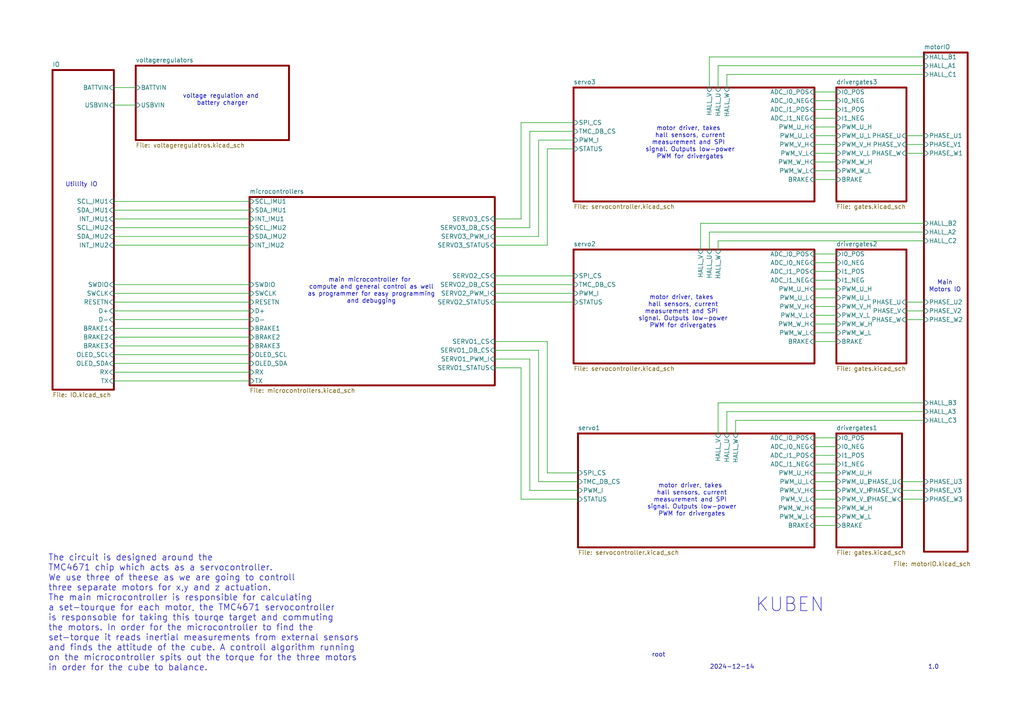
<source format=kicad_sch>
(kicad_sch
	(version 20231120)
	(generator "eeschema")
	(generator_version "8.0")
	(uuid "c7634e88-16d1-45ec-9aac-9c841e03cf6d")
	(paper "A4")
	(lib_symbols)
	(wire
		(pts
			(xy 262.89 44.45) (xy 267.97 44.45)
		)
		(stroke
			(width 0)
			(type default)
		)
		(uuid "0442c1d6-d710-477a-bbae-6e15fb043123")
	)
	(wire
		(pts
			(xy 236.22 46.99) (xy 242.57 46.99)
		)
		(stroke
			(width 0)
			(type default)
		)
		(uuid "04571961-bb7f-4cc8-a6b3-57e1b29d828b")
	)
	(wire
		(pts
			(xy 236.22 132.08) (xy 242.57 132.08)
		)
		(stroke
			(width 0)
			(type default)
		)
		(uuid "04cb9b9c-e00a-49f6-8781-5c65c2cf8ca1")
	)
	(wire
		(pts
			(xy 261.62 139.7) (xy 267.97 139.7)
		)
		(stroke
			(width 0)
			(type default)
		)
		(uuid "0c998ced-d9ee-4734-ae44-0841eca571d9")
	)
	(wire
		(pts
			(xy 236.22 44.45) (xy 242.57 44.45)
		)
		(stroke
			(width 0)
			(type default)
		)
		(uuid "0f753932-1d40-45d0-a893-c90331c2f4c2")
	)
	(wire
		(pts
			(xy 158.75 71.12) (xy 158.75 43.18)
		)
		(stroke
			(width 0)
			(type default)
		)
		(uuid "10d9a6c9-d0fb-41ae-b766-19779d5919d4")
	)
	(wire
		(pts
			(xy 236.22 134.62) (xy 242.57 134.62)
		)
		(stroke
			(width 0)
			(type default)
		)
		(uuid "11059d6b-f3b0-4f22-83f6-c55b43d590f2")
	)
	(wire
		(pts
			(xy 158.75 99.06) (xy 158.75 137.16)
		)
		(stroke
			(width 0)
			(type default)
		)
		(uuid "12d442b4-6b9d-4dd9-b2fa-9377566c556b")
	)
	(wire
		(pts
			(xy 236.22 152.4) (xy 242.57 152.4)
		)
		(stroke
			(width 0)
			(type default)
		)
		(uuid "15beb2be-4553-42b4-a30b-a24371527c6a")
	)
	(wire
		(pts
			(xy 236.22 139.7) (xy 242.57 139.7)
		)
		(stroke
			(width 0)
			(type default)
		)
		(uuid "162bf820-87d4-4773-ab86-8ecd7bf9e3d8")
	)
	(wire
		(pts
			(xy 158.75 137.16) (xy 167.64 137.16)
		)
		(stroke
			(width 0)
			(type default)
		)
		(uuid "1bc40a12-3fc0-4493-bad1-03f7b10bdab8")
	)
	(wire
		(pts
			(xy 236.22 81.28) (xy 242.57 81.28)
		)
		(stroke
			(width 0)
			(type default)
		)
		(uuid "1bf2f08d-33e9-458a-8aee-1ca62cfd2e9a")
	)
	(wire
		(pts
			(xy 236.22 149.86) (xy 242.57 149.86)
		)
		(stroke
			(width 0)
			(type default)
		)
		(uuid "1c8faeb0-9aff-489b-8463-a02e01fc155e")
	)
	(wire
		(pts
			(xy 236.22 41.91) (xy 242.57 41.91)
		)
		(stroke
			(width 0)
			(type default)
		)
		(uuid "2339f343-ef04-45b0-a85a-83948d5d3cb5")
	)
	(wire
		(pts
			(xy 262.89 87.63) (xy 267.97 87.63)
		)
		(stroke
			(width 0)
			(type default)
		)
		(uuid "2341ebd5-fc34-410d-aa60-f1f0d2bf4451")
	)
	(wire
		(pts
			(xy 205.74 67.31) (xy 267.97 67.31)
		)
		(stroke
			(width 0)
			(type default)
		)
		(uuid "236dc040-313a-47aa-8b00-2563f9bc27a8")
	)
	(wire
		(pts
			(xy 151.13 35.56) (xy 166.37 35.56)
		)
		(stroke
			(width 0)
			(type default)
		)
		(uuid "24d56666-e389-4c03-8180-dc986f6a83bd")
	)
	(wire
		(pts
			(xy 203.2 64.77) (xy 267.97 64.77)
		)
		(stroke
			(width 0)
			(type default)
		)
		(uuid "2dfc0cc1-e4af-418a-b8fb-2ce57435916d")
	)
	(wire
		(pts
			(xy 236.22 96.52) (xy 242.57 96.52)
		)
		(stroke
			(width 0)
			(type default)
		)
		(uuid "30ff744e-6916-41db-8a6b-bbed495f2ae5")
	)
	(wire
		(pts
			(xy 205.74 16.51) (xy 267.97 16.51)
		)
		(stroke
			(width 0)
			(type default)
		)
		(uuid "37b22253-0237-40e9-90b5-8752dd74f1b0")
	)
	(wire
		(pts
			(xy 236.22 83.82) (xy 242.57 83.82)
		)
		(stroke
			(width 0)
			(type default)
		)
		(uuid "3cf51e97-6200-4d4d-8328-1bbe057a2b7f")
	)
	(wire
		(pts
			(xy 208.28 116.84) (xy 208.28 125.73)
		)
		(stroke
			(width 0)
			(type default)
		)
		(uuid "3e0664a5-05b7-4e0a-ac6b-7c884c860770")
	)
	(wire
		(pts
			(xy 33.02 30.48) (xy 39.37 30.48)
		)
		(stroke
			(width 0)
			(type default)
		)
		(uuid "40887b02-0436-437c-9027-0b8f46cbefe3")
	)
	(wire
		(pts
			(xy 143.51 71.12) (xy 158.75 71.12)
		)
		(stroke
			(width 0)
			(type default)
		)
		(uuid "44177333-c24a-4a30-b13c-7d0175c92b3f")
	)
	(wire
		(pts
			(xy 143.51 82.55) (xy 166.37 82.55)
		)
		(stroke
			(width 0)
			(type default)
		)
		(uuid "445c6698-ed78-41ff-b3e4-9d8361689548")
	)
	(wire
		(pts
			(xy 236.22 73.66) (xy 242.57 73.66)
		)
		(stroke
			(width 0)
			(type default)
		)
		(uuid "45bd4de5-1f89-4418-a164-5a44ea241189")
	)
	(wire
		(pts
			(xy 33.02 102.87) (xy 72.39 102.87)
		)
		(stroke
			(width 0)
			(type default)
		)
		(uuid "460d3233-2650-42ca-bf9b-31924645e9fd")
	)
	(wire
		(pts
			(xy 208.28 19.05) (xy 267.97 19.05)
		)
		(stroke
			(width 0)
			(type default)
		)
		(uuid "4721fddf-8c9c-4dbc-b629-74993e3fd814")
	)
	(wire
		(pts
			(xy 203.2 64.77) (xy 203.2 72.39)
		)
		(stroke
			(width 0)
			(type default)
		)
		(uuid "47ce4fbb-3a1a-4b6e-be1f-0631b809d2c6")
	)
	(wire
		(pts
			(xy 33.02 87.63) (xy 72.39 87.63)
		)
		(stroke
			(width 0)
			(type default)
		)
		(uuid "483ba506-e5a4-45ac-a112-daa8e9868418")
	)
	(wire
		(pts
			(xy 236.22 142.24) (xy 242.57 142.24)
		)
		(stroke
			(width 0)
			(type default)
		)
		(uuid "4ca971c8-4835-4e2f-a13d-9ad67a12aa4c")
	)
	(wire
		(pts
			(xy 156.21 40.64) (xy 166.37 40.64)
		)
		(stroke
			(width 0)
			(type default)
		)
		(uuid "524ab4c4-58ce-4bcc-bac2-427fb1cf2968")
	)
	(wire
		(pts
			(xy 143.51 63.5) (xy 151.13 63.5)
		)
		(stroke
			(width 0)
			(type default)
		)
		(uuid "54d9e6b1-6d52-4997-9d94-534dc7916e9e")
	)
	(wire
		(pts
			(xy 236.22 129.54) (xy 242.57 129.54)
		)
		(stroke
			(width 0)
			(type default)
		)
		(uuid "55123c42-f587-41aa-9006-f072a1af420d")
	)
	(wire
		(pts
			(xy 158.75 43.18) (xy 166.37 43.18)
		)
		(stroke
			(width 0)
			(type default)
		)
		(uuid "553f6e91-b4d3-4df6-8477-91b2cabb6fb1")
	)
	(wire
		(pts
			(xy 208.28 19.05) (xy 208.28 25.4)
		)
		(stroke
			(width 0)
			(type default)
		)
		(uuid "55a1fbd1-d87a-4240-bfe8-38df0475d4f7")
	)
	(wire
		(pts
			(xy 236.22 147.32) (xy 242.57 147.32)
		)
		(stroke
			(width 0)
			(type default)
		)
		(uuid "5a052707-2bb7-4172-bcf5-eb020a8910b7")
	)
	(wire
		(pts
			(xy 236.22 76.2) (xy 242.57 76.2)
		)
		(stroke
			(width 0)
			(type default)
		)
		(uuid "5b46ba62-3d40-4860-bcb3-cb9438b29978")
	)
	(wire
		(pts
			(xy 33.02 58.42) (xy 72.39 58.42)
		)
		(stroke
			(width 0)
			(type default)
		)
		(uuid "5e248821-dea7-4fdf-b4a8-82c00be6aec7")
	)
	(wire
		(pts
			(xy 33.02 68.58) (xy 72.39 68.58)
		)
		(stroke
			(width 0)
			(type default)
		)
		(uuid "6121ca97-6719-41ba-ad91-75df0ed4cbdb")
	)
	(wire
		(pts
			(xy 262.89 90.17) (xy 267.97 90.17)
		)
		(stroke
			(width 0)
			(type default)
		)
		(uuid "6240d7be-3445-4dfe-a759-3a551bc8f443")
	)
	(wire
		(pts
			(xy 261.62 144.78) (xy 267.97 144.78)
		)
		(stroke
			(width 0)
			(type default)
		)
		(uuid "6400de5d-1e01-4505-bc69-3c438a78008e")
	)
	(wire
		(pts
			(xy 151.13 144.78) (xy 151.13 106.68)
		)
		(stroke
			(width 0)
			(type default)
		)
		(uuid "661bcdf9-8072-4a25-becc-8d02c0d49267")
	)
	(wire
		(pts
			(xy 33.02 82.55) (xy 72.39 82.55)
		)
		(stroke
			(width 0)
			(type default)
		)
		(uuid "681b270f-c901-44e9-93f8-832994237082")
	)
	(wire
		(pts
			(xy 236.22 78.74) (xy 242.57 78.74)
		)
		(stroke
			(width 0)
			(type default)
		)
		(uuid "68c7f9b9-7c48-47c2-b767-3c917507b216")
	)
	(wire
		(pts
			(xy 236.22 31.75) (xy 242.57 31.75)
		)
		(stroke
			(width 0)
			(type default)
		)
		(uuid "69914a61-0cb5-4296-b9e7-14d72a804b7d")
	)
	(wire
		(pts
			(xy 210.82 119.38) (xy 267.97 119.38)
		)
		(stroke
			(width 0)
			(type default)
		)
		(uuid "6b4237a0-04d7-474c-9dfa-a328329ef990")
	)
	(wire
		(pts
			(xy 143.51 104.14) (xy 153.67 104.14)
		)
		(stroke
			(width 0)
			(type default)
		)
		(uuid "74602f4c-ec4a-48fa-b901-1bfc8eccfa24")
	)
	(wire
		(pts
			(xy 143.51 80.01) (xy 166.37 80.01)
		)
		(stroke
			(width 0)
			(type default)
		)
		(uuid "74af19aa-91f7-4e0a-9973-a4a6bea9c479")
	)
	(wire
		(pts
			(xy 213.36 121.92) (xy 213.36 125.73)
		)
		(stroke
			(width 0)
			(type default)
		)
		(uuid "781cc4b6-2598-49eb-87c3-45dfe8c36235")
	)
	(wire
		(pts
			(xy 261.62 142.24) (xy 267.97 142.24)
		)
		(stroke
			(width 0)
			(type default)
		)
		(uuid "78a55089-a950-4c72-ae0c-f719a9aac756")
	)
	(wire
		(pts
			(xy 153.67 142.24) (xy 167.64 142.24)
		)
		(stroke
			(width 0)
			(type default)
		)
		(uuid "7b432902-388c-4d5d-86fe-7f041359c867")
	)
	(wire
		(pts
			(xy 153.67 66.04) (xy 153.67 38.1)
		)
		(stroke
			(width 0)
			(type default)
		)
		(uuid "7b9db7f1-5572-49ce-b746-7d188e2a6c23")
	)
	(wire
		(pts
			(xy 33.02 95.25) (xy 72.39 95.25)
		)
		(stroke
			(width 0)
			(type default)
		)
		(uuid "7bdb09a2-51f3-43a7-9b50-855b6e44f783")
	)
	(wire
		(pts
			(xy 33.02 110.49) (xy 72.39 110.49)
		)
		(stroke
			(width 0)
			(type default)
		)
		(uuid "7c0b0cf4-05a8-4223-8485-e07dd0005e3b")
	)
	(wire
		(pts
			(xy 236.22 29.21) (xy 242.57 29.21)
		)
		(stroke
			(width 0)
			(type default)
		)
		(uuid "80806592-c47c-4ef8-aaab-a17d8c6cc7ef")
	)
	(wire
		(pts
			(xy 210.82 21.59) (xy 267.97 21.59)
		)
		(stroke
			(width 0)
			(type default)
		)
		(uuid "80ff231d-c9d8-4963-bb8f-fc450952195f")
	)
	(wire
		(pts
			(xy 205.74 16.51) (xy 205.74 25.4)
		)
		(stroke
			(width 0)
			(type default)
		)
		(uuid "82164de2-7f4f-404b-a141-17ed132e24c2")
	)
	(wire
		(pts
			(xy 156.21 68.58) (xy 156.21 40.64)
		)
		(stroke
			(width 0)
			(type default)
		)
		(uuid "83f4ce3a-a7cf-47b9-96a1-fdf87f7dd723")
	)
	(wire
		(pts
			(xy 236.22 39.37) (xy 242.57 39.37)
		)
		(stroke
			(width 0)
			(type default)
		)
		(uuid "865f1c6d-ece7-4aa0-a4fa-74e7a322fa06")
	)
	(wire
		(pts
			(xy 156.21 101.6) (xy 156.21 139.7)
		)
		(stroke
			(width 0)
			(type default)
		)
		(uuid "89b0d097-d58c-4682-a93f-fb17c39ae649")
	)
	(wire
		(pts
			(xy 156.21 139.7) (xy 167.64 139.7)
		)
		(stroke
			(width 0)
			(type default)
		)
		(uuid "8d953b4e-b172-4efe-a0cb-2ac3d9bfefda")
	)
	(wire
		(pts
			(xy 236.22 36.83) (xy 242.57 36.83)
		)
		(stroke
			(width 0)
			(type default)
		)
		(uuid "8de82ee2-8275-43c8-ada0-36a37620e2f4")
	)
	(wire
		(pts
			(xy 33.02 100.33) (xy 72.39 100.33)
		)
		(stroke
			(width 0)
			(type default)
		)
		(uuid "8faa7266-4011-480a-a980-43ab20adf955")
	)
	(wire
		(pts
			(xy 33.02 85.09) (xy 72.39 85.09)
		)
		(stroke
			(width 0)
			(type default)
		)
		(uuid "900a398b-da45-413c-8ab6-d0e295bb9fa6")
	)
	(wire
		(pts
			(xy 33.02 66.04) (xy 72.39 66.04)
		)
		(stroke
			(width 0)
			(type default)
		)
		(uuid "91ec5358-01de-42ac-80a7-a4700a4359fe")
	)
	(wire
		(pts
			(xy 236.22 34.29) (xy 242.57 34.29)
		)
		(stroke
			(width 0)
			(type default)
		)
		(uuid "9b7c5455-65d8-4248-8f6b-1dfb2fc34a17")
	)
	(wire
		(pts
			(xy 153.67 104.14) (xy 153.67 142.24)
		)
		(stroke
			(width 0)
			(type default)
		)
		(uuid "9b961367-0342-4500-87a8-9d5fd97e0531")
	)
	(wire
		(pts
			(xy 33.02 107.95) (xy 72.39 107.95)
		)
		(stroke
			(width 0)
			(type default)
		)
		(uuid "9bb88e8a-5d57-4c94-884f-1b83ab0a88e4")
	)
	(wire
		(pts
			(xy 33.02 25.4) (xy 39.37 25.4)
		)
		(stroke
			(width 0)
			(type default)
		)
		(uuid "9d1637ee-0fcd-4041-aa00-9bbb873bd788")
	)
	(wire
		(pts
			(xy 208.28 69.85) (xy 267.97 69.85)
		)
		(stroke
			(width 0)
			(type default)
		)
		(uuid "9e8fa7d9-98d8-465e-9ccb-e1c78cc6bd11")
	)
	(wire
		(pts
			(xy 210.82 119.38) (xy 210.82 125.73)
		)
		(stroke
			(width 0)
			(type default)
		)
		(uuid "9fedae90-06be-4360-bcfc-278160114ca7")
	)
	(wire
		(pts
			(xy 236.22 127) (xy 242.57 127)
		)
		(stroke
			(width 0)
			(type default)
		)
		(uuid "a2bcdfba-b9df-44e0-8a9f-01a25d8ee2f3")
	)
	(wire
		(pts
			(xy 262.89 39.37) (xy 267.97 39.37)
		)
		(stroke
			(width 0)
			(type default)
		)
		(uuid "a3ad9d9f-68f3-49c9-881a-97278efccf05")
	)
	(wire
		(pts
			(xy 143.51 87.63) (xy 166.37 87.63)
		)
		(stroke
			(width 0)
			(type default)
		)
		(uuid "a5493312-2002-44e8-9210-e8c198254c4a")
	)
	(wire
		(pts
			(xy 153.67 38.1) (xy 166.37 38.1)
		)
		(stroke
			(width 0)
			(type default)
		)
		(uuid "a88fa4eb-91dd-4b8b-9b3b-b52daceb554d")
	)
	(wire
		(pts
			(xy 262.89 41.91) (xy 267.97 41.91)
		)
		(stroke
			(width 0)
			(type default)
		)
		(uuid "a9de6539-bb76-4a12-86c0-5cfc3c39c839")
	)
	(wire
		(pts
			(xy 236.22 99.06) (xy 242.57 99.06)
		)
		(stroke
			(width 0)
			(type default)
		)
		(uuid "ab613de3-b807-45ee-b1f7-e9172205718f")
	)
	(wire
		(pts
			(xy 143.51 66.04) (xy 153.67 66.04)
		)
		(stroke
			(width 0)
			(type default)
		)
		(uuid "b183f22c-9e43-4b03-8226-d4ee8ed05bb5")
	)
	(wire
		(pts
			(xy 236.22 88.9) (xy 242.57 88.9)
		)
		(stroke
			(width 0)
			(type default)
		)
		(uuid "bfc188de-8cd3-4122-be7a-6b2d30fd5617")
	)
	(wire
		(pts
			(xy 236.22 144.78) (xy 242.57 144.78)
		)
		(stroke
			(width 0)
			(type default)
		)
		(uuid "c0849453-4df6-4983-96bc-94803da4f5a5")
	)
	(wire
		(pts
			(xy 143.51 101.6) (xy 156.21 101.6)
		)
		(stroke
			(width 0)
			(type default)
		)
		(uuid "c42a37f9-eac1-47dc-b0a2-3cea21d34c6f")
	)
	(wire
		(pts
			(xy 210.82 21.59) (xy 210.82 25.4)
		)
		(stroke
			(width 0)
			(type default)
		)
		(uuid "c666da31-27b9-41cb-9a2f-c0522775f236")
	)
	(wire
		(pts
			(xy 33.02 60.96) (xy 72.39 60.96)
		)
		(stroke
			(width 0)
			(type default)
		)
		(uuid "c68ebd2e-43d3-489d-98bd-777a99645a78")
	)
	(wire
		(pts
			(xy 236.22 137.16) (xy 242.57 137.16)
		)
		(stroke
			(width 0)
			(type default)
		)
		(uuid "c823a1f1-ff98-459b-a585-16381cb9ff4a")
	)
	(wire
		(pts
			(xy 213.36 121.92) (xy 267.97 121.92)
		)
		(stroke
			(width 0)
			(type default)
		)
		(uuid "cd809bc7-5767-405a-9a30-22157ddb5be1")
	)
	(wire
		(pts
			(xy 143.51 99.06) (xy 158.75 99.06)
		)
		(stroke
			(width 0)
			(type default)
		)
		(uuid "cec46628-dc25-4b40-81ea-cc0c7b0a82f1")
	)
	(wire
		(pts
			(xy 143.51 68.58) (xy 156.21 68.58)
		)
		(stroke
			(width 0)
			(type default)
		)
		(uuid "cf1636c5-ffed-4621-9b89-fea19ce57de3")
	)
	(wire
		(pts
			(xy 151.13 106.68) (xy 143.51 106.68)
		)
		(stroke
			(width 0)
			(type default)
		)
		(uuid "d56be10e-b372-47f2-a4ce-53c148f94c52")
	)
	(wire
		(pts
			(xy 205.74 67.31) (xy 205.74 72.39)
		)
		(stroke
			(width 0)
			(type default)
		)
		(uuid "d81f906b-685e-4668-ad08-241d512d8c36")
	)
	(wire
		(pts
			(xy 236.22 52.07) (xy 242.57 52.07)
		)
		(stroke
			(width 0)
			(type default)
		)
		(uuid "d8268c05-fe34-491e-9e09-a7591d162fa3")
	)
	(wire
		(pts
			(xy 262.89 92.71) (xy 267.97 92.71)
		)
		(stroke
			(width 0)
			(type default)
		)
		(uuid "d9708e30-8116-44dc-8ec4-2e02c3ec27f3")
	)
	(wire
		(pts
			(xy 167.64 144.78) (xy 151.13 144.78)
		)
		(stroke
			(width 0)
			(type default)
		)
		(uuid "df9b62f9-e5bc-4acb-bdb8-7e68a4d347ca")
	)
	(wire
		(pts
			(xy 33.02 105.41) (xy 72.39 105.41)
		)
		(stroke
			(width 0)
			(type default)
		)
		(uuid "e2e888b9-e108-4ac4-b529-760173acf044")
	)
	(wire
		(pts
			(xy 236.22 49.53) (xy 242.57 49.53)
		)
		(stroke
			(width 0)
			(type default)
		)
		(uuid "e49279b5-04ad-4794-a222-87d04f41038a")
	)
	(wire
		(pts
			(xy 236.22 93.98) (xy 242.57 93.98)
		)
		(stroke
			(width 0)
			(type default)
		)
		(uuid "eabc745e-32ea-45c6-b6ff-c3ee8b6c769a")
	)
	(wire
		(pts
			(xy 33.02 97.79) (xy 72.39 97.79)
		)
		(stroke
			(width 0)
			(type default)
		)
		(uuid "ec45d38a-aefd-4660-a62e-485101909d54")
	)
	(wire
		(pts
			(xy 33.02 92.71) (xy 72.39 92.71)
		)
		(stroke
			(width 0)
			(type default)
		)
		(uuid "ee7beac8-3688-418a-80c1-463fbe99216a")
	)
	(wire
		(pts
			(xy 236.22 86.36) (xy 242.57 86.36)
		)
		(stroke
			(width 0)
			(type default)
		)
		(uuid "f2162af8-d89b-4a91-9a2b-1a199e32ba48")
	)
	(wire
		(pts
			(xy 151.13 63.5) (xy 151.13 35.56)
		)
		(stroke
			(width 0)
			(type default)
		)
		(uuid "f680f5e2-291b-4165-8317-0ace16d067aa")
	)
	(wire
		(pts
			(xy 143.51 85.09) (xy 166.37 85.09)
		)
		(stroke
			(width 0)
			(type default)
		)
		(uuid "f851ebc3-608d-4c4a-b05f-480e5f6d78a3")
	)
	(wire
		(pts
			(xy 33.02 63.5) (xy 72.39 63.5)
		)
		(stroke
			(width 0)
			(type default)
		)
		(uuid "f8794806-31b5-45e7-866e-2018d7216c33")
	)
	(wire
		(pts
			(xy 208.28 116.84) (xy 267.97 116.84)
		)
		(stroke
			(width 0)
			(type default)
		)
		(uuid "f8d51b64-e767-4171-ac3e-9881a8b1ab54")
	)
	(wire
		(pts
			(xy 236.22 26.67) (xy 242.57 26.67)
		)
		(stroke
			(width 0)
			(type default)
		)
		(uuid "f97d9169-690d-4346-8886-5563220c5d09")
	)
	(wire
		(pts
			(xy 33.02 71.12) (xy 72.39 71.12)
		)
		(stroke
			(width 0)
			(type default)
		)
		(uuid "f9928d52-06e2-4ac1-833e-d2e16253cf75")
	)
	(wire
		(pts
			(xy 236.22 91.44) (xy 242.57 91.44)
		)
		(stroke
			(width 0)
			(type default)
		)
		(uuid "fb6816a3-2ee8-4eed-8d83-0b5dab0cf66e")
	)
	(wire
		(pts
			(xy 33.02 90.17) (xy 72.39 90.17)
		)
		(stroke
			(width 0)
			(type default)
		)
		(uuid "fbf7db2a-e9e2-433c-9b77-4c9238ff55a6")
	)
	(wire
		(pts
			(xy 208.28 69.85) (xy 208.28 72.39)
		)
		(stroke
			(width 0)
			(type default)
		)
		(uuid "fec43c4f-fb74-4b34-8d74-188b36681a16")
	)
	(text "1.0"
		(exclude_from_sim no)
		(at 270.764 193.548 0)
		(effects
			(font
				(size 1.27 1.27)
			)
		)
		(uuid "04dce7d2-da14-4217-8b0f-534ca4f4e847")
	)
	(text "voltage regulation and \nbattery charger"
		(exclude_from_sim no)
		(at 64.516 28.956 0)
		(effects
			(font
				(size 1.27 1.27)
			)
		)
		(uuid "0963e335-0d34-4661-980a-535308754f05")
	)
	(text "motor driver, takes \nhall sensors, current\nmeasurement and SPI \nsignal. Outputs low-power\nPWM for drivergates"
		(exclude_from_sim no)
		(at 200.152 41.402 0)
		(effects
			(font
				(size 1.27 1.27)
			)
		)
		(uuid "11a1d79c-bc6a-46ea-bb9b-c2db6e257a8b")
	)
	(text "motor driver, takes \nhall sensors, current\nmeasurement and SPI \nsignal. Outputs low-power\nPWM for drivergates"
		(exclude_from_sim no)
		(at 198.12 90.424 0)
		(effects
			(font
				(size 1.27 1.27)
			)
		)
		(uuid "423222a3-dd2a-4d18-a15a-4b7ed528e0f5")
	)
	(text "root\n"
		(exclude_from_sim no)
		(at 191.008 189.992 0)
		(effects
			(font
				(size 1.27 1.27)
			)
		)
		(uuid "5a172e0c-d619-4f79-9eb7-9481ed0ea30d")
	)
	(text "Main\nMotors IO"
		(exclude_from_sim no)
		(at 274.066 83.058 0)
		(effects
			(font
				(size 1.27 1.27)
			)
		)
		(uuid "7dcb2856-0af9-420c-aa92-55f5120b2d30")
	)
	(text "KUBEN\n"
		(exclude_from_sim no)
		(at 229.108 175.514 0)
		(effects
			(font
				(size 4 4)
			)
		)
		(uuid "7f15f5c0-f8a5-492e-8a7b-011217d89751")
	)
	(text "2024-12-14"
		(exclude_from_sim no)
		(at 212.344 193.548 0)
		(effects
			(font
				(size 1.27 1.27)
			)
		)
		(uuid "8f62eab0-86c0-44b2-8320-8730018509b3")
	)
	(text "main microcontroller for \ncompute and general control as well\nas programmer for easy programming\nand debugging"
		(exclude_from_sim no)
		(at 107.696 84.328 0)
		(effects
			(font
				(size 1.27 1.27)
			)
		)
		(uuid "a8869fcc-a438-4063-b6bf-5496d88a9ef9")
	)
	(text "Utillity IO"
		(exclude_from_sim no)
		(at 23.622 53.594 0)
		(effects
			(font
				(size 1.27 1.27)
			)
		)
		(uuid "c3e3f7f2-335c-405d-9483-2a11adf9bf05")
	)
	(text "motor driver, takes \nhall sensors, current\nmeasurement and SPI \nsignal. Outputs low-power\nPWM for drivergates"
		(exclude_from_sim no)
		(at 200.66 145.034 0)
		(effects
			(font
				(size 1.27 1.27)
			)
		)
		(uuid "e6dda58c-7d5a-4494-96ea-ef00098d5e3a")
	)
	(text "The circuit is designed around the\nTMC4671 chip which acts as a servocontroller.\nWe use three of theese as we are going to controll\nthree separate motors for x,y and z actuation.\nThe main microcontroller is responsible for calculating\na set-tourque for each motor, the TMC4671 servocontroller\nis responsoble for taking this tourqe target and commuting\nthe motors. In order for the microcontroller to find the\nset-torque it reads inertial measurements from external sensors\nand finds the attitude of the cube. A controll algorithm running\non the microcontroller spits out the torque for the three motors\nin order for the cube to balance."
		(exclude_from_sim no)
		(at 13.97 177.8 0)
		(effects
			(font
				(size 1.8 1.8)
			)
			(justify left)
		)
		(uuid "ea3d13d9-e996-483f-9592-4354493bfddb")
	)
	(sheet
		(at 167.64 125.73)
		(size 68.58 33.02)
		(fields_autoplaced yes)
		(stroke
			(width 0.5)
			(type solid)
		)
		(fill
			(color 0 0 0 0.0000)
		)
		(uuid "095cf403-627e-473d-974a-cb1fe8ca8b1f")
		(property "Sheetname" "servo1"
			(at 167.64 124.8446 0)
			(effects
				(font
					(size 1.27 1.27)
				)
				(justify left bottom)
			)
		)
		(property "Sheetfile" "servocontroller.kicad_sch"
			(at 167.64 159.5084 0)
			(effects
				(font
					(size 1.27 1.27)
				)
				(justify left top)
			)
		)
		(pin "ADC_I0_POS" input
			(at 236.22 127 0)
			(effects
				(font
					(size 1.27 1.27)
				)
				(justify right)
			)
			(uuid "eaab5396-5c05-499b-8ec0-5bebda9f086d")
		)
		(pin "ADC_I1_POS" input
			(at 236.22 132.08 0)
			(effects
				(font
					(size 1.27 1.27)
				)
				(justify right)
			)
			(uuid "ff856901-0f4c-4e4e-8706-3bee54526503")
		)
		(pin "ADC_I1_NEG" input
			(at 236.22 134.62 0)
			(effects
				(font
					(size 1.27 1.27)
				)
				(justify right)
			)
			(uuid "2362607f-1c8d-44d9-9958-e838465c2ba8")
		)
		(pin "ADC_I0_NEG" input
			(at 236.22 129.54 0)
			(effects
				(font
					(size 1.27 1.27)
				)
				(justify right)
			)
			(uuid "9d641fea-047b-4ab4-a18c-6b72b073da9d")
		)
		(pin "HALL_V" input
			(at 208.28 125.73 90)
			(effects
				(font
					(size 1.27 1.27)
				)
				(justify right)
			)
			(uuid "e44574c7-1e29-4dcd-9449-77a15eb55848")
		)
		(pin "BRAKE" input
			(at 236.22 152.4 0)
			(effects
				(font
					(size 1.27 1.27)
				)
				(justify right)
			)
			(uuid "c662a571-4b51-4562-9824-6a6db232e156")
		)
		(pin "PWM_I" input
			(at 167.64 142.24 180)
			(effects
				(font
					(size 1.27 1.27)
				)
				(justify left)
			)
			(uuid "fd4be752-ec8c-4a54-87fc-f86cc031282b")
		)
		(pin "SPI_CS" input
			(at 167.64 137.16 180)
			(effects
				(font
					(size 1.27 1.27)
				)
				(justify left)
			)
			(uuid "df7c813e-1f12-4fb6-acd7-f40def3b0af8")
		)
		(pin "HALL_U" input
			(at 210.82 125.73 90)
			(effects
				(font
					(size 1.27 1.27)
				)
				(justify right)
			)
			(uuid "aaecc63f-3e80-4360-8005-1858ec09e1fc")
		)
		(pin "HALL_W" input
			(at 213.36 125.73 90)
			(effects
				(font
					(size 1.27 1.27)
				)
				(justify right)
			)
			(uuid "0f10260a-484f-4a3f-91f6-cd3f140fa344")
		)
		(pin "PWM_W_H" input
			(at 236.22 147.32 0)
			(effects
				(font
					(size 1.27 1.27)
				)
				(justify right)
			)
			(uuid "4b48cf1a-0607-47ac-b0d1-cec979deef3d")
		)
		(pin "PWM_W_L" input
			(at 236.22 149.86 0)
			(effects
				(font
					(size 1.27 1.27)
				)
				(justify right)
			)
			(uuid "0c904567-aa6b-460f-ab3e-80e6f7bcd7b7")
		)
		(pin "PWM_U_L" input
			(at 236.22 139.7 0)
			(effects
				(font
					(size 1.27 1.27)
				)
				(justify right)
			)
			(uuid "079c83ef-fdfd-4cd6-8f28-b4e07b53e37a")
		)
		(pin "PWM_V_H" input
			(at 236.22 142.24 0)
			(effects
				(font
					(size 1.27 1.27)
				)
				(justify right)
			)
			(uuid "851cbcf6-b916-487e-a67d-f55fe28925d3")
		)
		(pin "PWM_V_L" input
			(at 236.22 144.78 0)
			(effects
				(font
					(size 1.27 1.27)
				)
				(justify right)
			)
			(uuid "efe4d71a-3248-4cf3-982b-59753487533e")
		)
		(pin "PWM_U_H" input
			(at 236.22 137.16 0)
			(effects
				(font
					(size 1.27 1.27)
				)
				(justify right)
			)
			(uuid "e4413858-ff89-4347-b2a2-7532f931f63f")
		)
		(pin "STATUS" input
			(at 167.64 144.78 180)
			(effects
				(font
					(size 1.27 1.27)
				)
				(justify left)
			)
			(uuid "b0b9c0d3-09f3-45f4-9690-a024646f7805")
		)
		(pin "TMC_DB_CS" input
			(at 167.64 139.7 180)
			(effects
				(font
					(size 1.27 1.27)
				)
				(justify left)
			)
			(uuid "0bd81ac8-58b9-485e-a36c-ed5426538fcb")
		)
		(instances
			(project "motordriver"
				(path "/c7634e88-16d1-45ec-9aac-9c841e03cf6d"
					(page "7")
				)
			)
		)
	)
	(sheet
		(at 15.24 20.32)
		(size 17.78 92.71)
		(fields_autoplaced yes)
		(stroke
			(width 0.5)
			(type solid)
		)
		(fill
			(color 0 0 0 0.0000)
		)
		(uuid "38bc72d2-c2f6-4538-9c33-e1ab2a8ac987")
		(property "Sheetname" "IO"
			(at 15.24 19.4346 0)
			(effects
				(font
					(size 1.27 1.27)
				)
				(justify left bottom)
			)
		)
		(property "Sheetfile" "IO.kicad_sch"
			(at 15.24 113.7884 0)
			(effects
				(font
					(size 1.27 1.27)
				)
				(justify left top)
			)
		)
		(pin "D+" input
			(at 33.02 90.17 0)
			(effects
				(font
					(size 1.27 1.27)
				)
				(justify right)
			)
			(uuid "a574579f-8e83-4b56-866e-ddcee05b0ebc")
		)
		(pin "D-" input
			(at 33.02 92.71 0)
			(effects
				(font
					(size 1.27 1.27)
				)
				(justify right)
			)
			(uuid "5fbe2461-66f9-456b-acbd-91ef64f92fbf")
		)
		(pin "USBVIN" input
			(at 33.02 30.48 0)
			(effects
				(font
					(size 1.27 1.27)
				)
				(justify right)
			)
			(uuid "c9af36b6-4adc-4bfd-921c-ed293a75d4ef")
		)
		(pin "OLED_SDA" input
			(at 33.02 105.41 0)
			(effects
				(font
					(size 1.27 1.27)
				)
				(justify right)
			)
			(uuid "6725442a-c385-4e68-b468-8eddf4adf183")
		)
		(pin "OLED_SCL" input
			(at 33.02 102.87 0)
			(effects
				(font
					(size 1.27 1.27)
				)
				(justify right)
			)
			(uuid "134ae1fa-3858-4223-9d94-b5b19aa45fe7")
		)
		(pin "TX" input
			(at 33.02 110.49 0)
			(effects
				(font
					(size 1.27 1.27)
				)
				(justify right)
			)
			(uuid "794afb89-7a2e-4385-907e-3e7408d7f155")
		)
		(pin "RX" input
			(at 33.02 107.95 0)
			(effects
				(font
					(size 1.27 1.27)
				)
				(justify right)
			)
			(uuid "4f41ca5e-6699-4a0f-a11c-7bd3aa6e1281")
		)
		(pin "SWCLK" input
			(at 33.02 85.09 0)
			(effects
				(font
					(size 1.27 1.27)
				)
				(justify right)
			)
			(uuid "09387c50-a214-4565-b15e-b2ee78f197d2")
		)
		(pin "SWDIO" input
			(at 33.02 82.55 0)
			(effects
				(font
					(size 1.27 1.27)
				)
				(justify right)
			)
			(uuid "666b1c0b-67fb-4782-bee3-4015bb488043")
		)
		(pin "BATTVIN" input
			(at 33.02 25.4 0)
			(effects
				(font
					(size 1.27 1.27)
				)
				(justify right)
			)
			(uuid "eef83232-0b50-4bad-974c-967476fdf2fd")
		)
		(pin "BRAKE1" input
			(at 33.02 95.25 0)
			(effects
				(font
					(size 1.27 1.27)
				)
				(justify right)
			)
			(uuid "c1cc1c62-9ef6-4521-a0cb-389c289e820e")
		)
		(pin "BRAKE2" input
			(at 33.02 97.79 0)
			(effects
				(font
					(size 1.27 1.27)
				)
				(justify right)
			)
			(uuid "6c0fdd40-c992-4ae8-8d2a-cf4df38f6298")
		)
		(pin "BRAKE3" input
			(at 33.02 100.33 0)
			(effects
				(font
					(size 1.27 1.27)
				)
				(justify right)
			)
			(uuid "23b0c68f-b587-431c-90cd-3f6cb0469ed2")
		)
		(pin "RESETN" input
			(at 33.02 87.63 0)
			(effects
				(font
					(size 1.27 1.27)
				)
				(justify right)
			)
			(uuid "451d54cf-daf7-4f44-9760-6d5a92502b8f")
		)
		(pin "SCL_IMU2" input
			(at 33.02 66.04 0)
			(effects
				(font
					(size 1.27 1.27)
				)
				(justify right)
			)
			(uuid "7994af2e-50f6-4fd2-a5bc-f4ab0178dd48")
		)
		(pin "INT_IMU2" input
			(at 33.02 71.12 0)
			(effects
				(font
					(size 1.27 1.27)
				)
				(justify right)
			)
			(uuid "6d752661-031a-448c-8af2-f499f52a00ef")
		)
		(pin "SDA_IMU2" input
			(at 33.02 68.58 0)
			(effects
				(font
					(size 1.27 1.27)
				)
				(justify right)
			)
			(uuid "addeb525-fefd-444f-920b-01f6ec1e3060")
		)
		(pin "SDA_IMU1" input
			(at 33.02 60.96 0)
			(effects
				(font
					(size 1.27 1.27)
				)
				(justify right)
			)
			(uuid "e4b6d090-c287-46d5-a55c-bd070a0594d5")
		)
		(pin "INT_IMU1" input
			(at 33.02 63.5 0)
			(effects
				(font
					(size 1.27 1.27)
				)
				(justify right)
			)
			(uuid "182fc926-7305-42b3-9eac-f03524478aaf")
		)
		(pin "SCL_IMU1" input
			(at 33.02 58.42 0)
			(effects
				(font
					(size 1.27 1.27)
				)
				(justify right)
			)
			(uuid "c993159d-e60c-4ae4-98b2-af8c966f8024")
		)
		(instances
			(project "motordriver"
				(path "/c7634e88-16d1-45ec-9aac-9c841e03cf6d"
					(page "5")
				)
			)
		)
	)
	(sheet
		(at 166.37 25.4)
		(size 69.85 33.02)
		(fields_autoplaced yes)
		(stroke
			(width 0.5)
			(type solid)
		)
		(fill
			(color 0 0 0 0.0000)
		)
		(uuid "3a57148f-9ebd-4906-ad6b-7dbf7876a4a8")
		(property "Sheetname" "servo3"
			(at 166.37 24.5146 0)
			(effects
				(font
					(size 1.27 1.27)
				)
				(justify left bottom)
			)
		)
		(property "Sheetfile" "servocontroller.kicad_sch"
			(at 166.37 59.1784 0)
			(effects
				(font
					(size 1.27 1.27)
				)
				(justify left top)
			)
		)
		(pin "ADC_I1_POS" input
			(at 236.22 31.75 0)
			(effects
				(font
					(size 1.27 1.27)
				)
				(justify right)
			)
			(uuid "ef5cad3f-2458-41c0-a9b2-88c141f2c30b")
		)
		(pin "ADC_I1_NEG" input
			(at 236.22 34.29 0)
			(effects
				(font
					(size 1.27 1.27)
				)
				(justify right)
			)
			(uuid "5bd085b3-6688-462b-83ce-99792619f5ec")
		)
		(pin "ADC_I0_NEG" input
			(at 236.22 29.21 0)
			(effects
				(font
					(size 1.27 1.27)
				)
				(justify right)
			)
			(uuid "75aef437-50cb-44d7-8e63-b53f45919969")
		)
		(pin "ADC_I0_POS" input
			(at 236.22 26.67 0)
			(effects
				(font
					(size 1.27 1.27)
				)
				(justify right)
			)
			(uuid "a0b08dbe-4bdf-44bb-88aa-81a0a79633b0")
		)
		(pin "HALL_V" input
			(at 205.74 25.4 90)
			(effects
				(font
					(size 1.27 1.27)
				)
				(justify right)
			)
			(uuid "2ab22c68-c98e-46a1-9abe-e1943a1c4dc9")
		)
		(pin "BRAKE" input
			(at 236.22 52.07 0)
			(effects
				(font
					(size 1.27 1.27)
				)
				(justify right)
			)
			(uuid "2cf21a64-5d9f-4d91-98d8-46fda6964c4c")
		)
		(pin "PWM_I" input
			(at 166.37 40.64 180)
			(effects
				(font
					(size 1.27 1.27)
				)
				(justify left)
			)
			(uuid "b5286910-3bf1-4d6d-8768-c0bc250fb73d")
		)
		(pin "HALL_U" input
			(at 208.28 25.4 90)
			(effects
				(font
					(size 1.27 1.27)
				)
				(justify right)
			)
			(uuid "fcd72e61-94c3-47d4-90c0-08cc4ec487cb")
		)
		(pin "HALL_W" input
			(at 210.82 25.4 90)
			(effects
				(font
					(size 1.27 1.27)
				)
				(justify right)
			)
			(uuid "e0c26922-3c07-43a8-8a95-7fd15d566b2b")
		)
		(pin "PWM_W_L" input
			(at 236.22 49.53 0)
			(effects
				(font
					(size 1.27 1.27)
				)
				(justify right)
			)
			(uuid "8391ac31-a4f9-4ed0-b258-0e6db4324673")
		)
		(pin "PWM_W_H" input
			(at 236.22 46.99 0)
			(effects
				(font
					(size 1.27 1.27)
				)
				(justify right)
			)
			(uuid "245b1d3b-6c21-45e1-bf74-4935e56805b5")
		)
		(pin "PWM_U_L" input
			(at 236.22 39.37 0)
			(effects
				(font
					(size 1.27 1.27)
				)
				(justify right)
			)
			(uuid "d5465001-f551-4d8b-a908-5a3962e29291")
		)
		(pin "PWM_V_H" input
			(at 236.22 41.91 0)
			(effects
				(font
					(size 1.27 1.27)
				)
				(justify right)
			)
			(uuid "9295498e-a92c-417a-b2a7-89099af3ac30")
		)
		(pin "PWM_V_L" input
			(at 236.22 44.45 0)
			(effects
				(font
					(size 1.27 1.27)
				)
				(justify right)
			)
			(uuid "057d6bd1-e860-446e-a322-a0ba088bdd9f")
		)
		(pin "PWM_U_H" input
			(at 236.22 36.83 0)
			(effects
				(font
					(size 1.27 1.27)
				)
				(justify right)
			)
			(uuid "c4121d17-1fca-40f3-8065-46817e742cb9")
		)
		(pin "STATUS" input
			(at 166.37 43.18 180)
			(effects
				(font
					(size 1.27 1.27)
				)
				(justify left)
			)
			(uuid "85a1a4ff-17d6-4761-ab60-eec3b8081902")
		)
		(pin "SPI_CS" input
			(at 166.37 35.56 180)
			(effects
				(font
					(size 1.27 1.27)
				)
				(justify left)
			)
			(uuid "75eea456-84d2-4397-9e4a-a037abeec666")
		)
		(pin "TMC_DB_CS" input
			(at 166.37 38.1 180)
			(effects
				(font
					(size 1.27 1.27)
				)
				(justify left)
			)
			(uuid "d187049c-6050-4d33-8f79-5e56fa0eee0b")
		)
		(instances
			(project "motordriver"
				(path "/c7634e88-16d1-45ec-9aac-9c841e03cf6d"
					(page "13")
				)
			)
		)
	)
	(sheet
		(at 39.37 19.05)
		(size 44.45 21.59)
		(fields_autoplaced yes)
		(stroke
			(width 0.5)
			(type solid)
		)
		(fill
			(color 0 0 0 0.0000)
		)
		(uuid "40fe2217-7020-4fd5-b361-1423767f0697")
		(property "Sheetname" "voltageregulators"
			(at 39.37 18.1646 0)
			(effects
				(font
					(size 1.27 1.27)
				)
				(justify left bottom)
			)
		)
		(property "Sheetfile" "voltageregulatros.kicad_sch"
			(at 39.37 41.3984 0)
			(effects
				(font
					(size 1.27 1.27)
				)
				(justify left top)
			)
		)
		(pin "BATTVIN" input
			(at 39.37 25.4 180)
			(effects
				(font
					(size 1.27 1.27)
				)
				(justify left)
			)
			(uuid "dae15151-5f70-4fe7-bc26-67eb336206a3")
		)
		(pin "USBVIN" input
			(at 39.37 30.48 180)
			(effects
				(font
					(size 1.27 1.27)
				)
				(justify left)
			)
			(uuid "c9814b6c-f6ed-41a5-be2a-97fd38f3bbcb")
		)
		(instances
			(project "motordriver"
				(path "/c7634e88-16d1-45ec-9aac-9c841e03cf6d"
					(page "4")
				)
			)
		)
	)
	(sheet
		(at 242.57 25.4)
		(size 20.32 33.02)
		(fields_autoplaced yes)
		(stroke
			(width 0.5)
			(type solid)
		)
		(fill
			(color 0 0 0 0.0000)
		)
		(uuid "4adc8e75-6797-461c-8ad6-e6b779b2e551")
		(property "Sheetname" "drivergates3"
			(at 242.57 24.5146 0)
			(effects
				(font
					(size 1.27 1.27)
				)
				(justify left bottom)
			)
		)
		(property "Sheetfile" "gates.kicad_sch"
			(at 242.57 59.1784 0)
			(effects
				(font
					(size 1.27 1.27)
				)
				(justify left top)
			)
		)
		(pin "PHASE_U" input
			(at 262.89 39.37 0)
			(effects
				(font
					(size 1.27 1.27)
				)
				(justify right)
			)
			(uuid "372e9d36-d7b2-43ae-97c3-f07fd7bbdba0")
		)
		(pin "PHASE_V" input
			(at 262.89 41.91 0)
			(effects
				(font
					(size 1.27 1.27)
				)
				(justify right)
			)
			(uuid "b153355e-faf9-4a88-b1e4-d6351f0ea759")
		)
		(pin "PHASE_W" input
			(at 262.89 44.45 0)
			(effects
				(font
					(size 1.27 1.27)
				)
				(justify right)
			)
			(uuid "34f6c248-07cc-4b94-ba93-11527d61560d")
		)
		(pin "PWM_W_H" input
			(at 242.57 46.99 180)
			(effects
				(font
					(size 1.27 1.27)
				)
				(justify left)
			)
			(uuid "6757ecc7-87dc-4d82-8404-f817b68da212")
		)
		(pin "PWM_W_L" input
			(at 242.57 49.53 180)
			(effects
				(font
					(size 1.27 1.27)
				)
				(justify left)
			)
			(uuid "df221f92-ff45-4fe8-9281-276759469d11")
		)
		(pin "PWM_U_H" input
			(at 242.57 36.83 180)
			(effects
				(font
					(size 1.27 1.27)
				)
				(justify left)
			)
			(uuid "5f090b4c-6896-4910-90ca-ce4833732f1a")
		)
		(pin "PWM_U_L" input
			(at 242.57 39.37 180)
			(effects
				(font
					(size 1.27 1.27)
				)
				(justify left)
			)
			(uuid "0ef6b1c2-64a0-4ede-bd93-a893ceba9e81")
		)
		(pin "PWM_V_L" input
			(at 242.57 44.45 180)
			(effects
				(font
					(size 1.27 1.27)
				)
				(justify left)
			)
			(uuid "7cbe6236-6cb8-4669-b9e4-7065cd0ed5a8")
		)
		(pin "PWM_V_H" input
			(at 242.57 41.91 180)
			(effects
				(font
					(size 1.27 1.27)
				)
				(justify left)
			)
			(uuid "422fdf2c-7dad-49a2-add8-1bf7876598fa")
		)
		(pin "I1_NEG" input
			(at 242.57 34.29 180)
			(effects
				(font
					(size 1.27 1.27)
				)
				(justify left)
			)
			(uuid "abb3387d-869e-4081-8d55-10b67ac5a79d")
		)
		(pin "I0_NEG" input
			(at 242.57 29.21 180)
			(effects
				(font
					(size 1.27 1.27)
				)
				(justify left)
			)
			(uuid "90457db3-7988-4a81-83c4-a263fd8825fc")
		)
		(pin "I0_POS" input
			(at 242.57 26.67 180)
			(effects
				(font
					(size 1.27 1.27)
				)
				(justify left)
			)
			(uuid "18700dac-a922-46ca-a200-6e63610edb8f")
		)
		(pin "I1_POS" input
			(at 242.57 31.75 180)
			(effects
				(font
					(size 1.27 1.27)
				)
				(justify left)
			)
			(uuid "d86fbb32-76d7-4f2c-a830-dab07426fc21")
		)
		(pin "BRAKE" input
			(at 242.57 52.07 180)
			(effects
				(font
					(size 1.27 1.27)
				)
				(justify left)
			)
			(uuid "32f50cb9-89e3-4b50-917b-2b9784660196")
		)
		(instances
			(project "motordriver"
				(path "/c7634e88-16d1-45ec-9aac-9c841e03cf6d"
					(page "14")
				)
			)
		)
	)
	(sheet
		(at 267.97 15.24)
		(size 12.7 144.78)
		(stroke
			(width 0.5)
			(type solid)
		)
		(fill
			(color 0 0 0 0.0000)
		)
		(uuid "5d8f5153-26a2-4903-a925-dc0c63f77bf7")
		(property "Sheetname" "motorIO"
			(at 267.97 14.3546 0)
			(effects
				(font
					(size 1.27 1.27)
				)
				(justify left bottom)
			)
		)
		(property "Sheetfile" "motorIO.kicad_sch"
			(at 259.08 162.814 0)
			(effects
				(font
					(size 1.27 1.27)
				)
				(justify left top)
			)
		)
		(pin "HALL_B1" input
			(at 267.97 16.51 180)
			(effects
				(font
					(size 1.27 1.27)
				)
				(justify left)
			)
			(uuid "304e57f1-c2e8-493a-a94c-095bd30f88f4")
		)
		(pin "HALL_A1" input
			(at 267.97 19.05 180)
			(effects
				(font
					(size 1.27 1.27)
				)
				(justify left)
			)
			(uuid "ee60aad6-12be-48a3-9e83-ad69d2221ded")
		)
		(pin "HALL_C1" input
			(at 267.97 21.59 180)
			(effects
				(font
					(size 1.27 1.27)
				)
				(justify left)
			)
			(uuid "080958d4-2f9d-4c39-b17e-066e8ad223c0")
		)
		(pin "PHASE_U2" input
			(at 267.97 87.63 180)
			(effects
				(font
					(size 1.27 1.27)
				)
				(justify left)
			)
			(uuid "d0b4ef47-5d1b-4dbc-adb3-c502b9fd65be")
		)
		(pin "PHASE_V1" input
			(at 267.97 41.91 180)
			(effects
				(font
					(size 1.27 1.27)
				)
				(justify left)
			)
			(uuid "193e800c-8bb8-4130-bef6-1852498dbb79")
		)
		(pin "PHASE_U1" input
			(at 267.97 39.37 180)
			(effects
				(font
					(size 1.27 1.27)
				)
				(justify left)
			)
			(uuid "042ae849-f79e-4863-b0a8-63f497846b2d")
		)
		(pin "PHASE_W1" input
			(at 267.97 44.45 180)
			(effects
				(font
					(size 1.27 1.27)
				)
				(justify left)
			)
			(uuid "0d84d9f5-5667-4a6f-9dcf-7b1ae32c97e2")
		)
		(pin "PHASE_U3" input
			(at 267.97 139.7 180)
			(effects
				(font
					(size 1.27 1.27)
				)
				(justify left)
			)
			(uuid "be6c98f2-b077-4ff0-9882-98985be2e05f")
		)
		(pin "PHASE_V3" input
			(at 267.97 142.24 180)
			(effects
				(font
					(size 1.27 1.27)
				)
				(justify left)
			)
			(uuid "d3006608-aa8d-45e9-b7b7-92c932518f0d")
		)
		(pin "PHASE_W3" input
			(at 267.97 144.78 180)
			(effects
				(font
					(size 1.27 1.27)
				)
				(justify left)
			)
			(uuid "0ee22d8f-b8a8-457b-81f8-4ee53c08f169")
		)
		(pin "HALL_C2" input
			(at 267.97 69.85 180)
			(effects
				(font
					(size 1.27 1.27)
				)
				(justify left)
			)
			(uuid "11bdc71a-cbea-459a-bd7a-7d0d23273efa")
		)
		(pin "HALL_A2" input
			(at 267.97 67.31 180)
			(effects
				(font
					(size 1.27 1.27)
				)
				(justify left)
			)
			(uuid "5f21d7df-80ea-43dd-adf1-35eb8424f0e7")
		)
		(pin "HALL_B2" input
			(at 267.97 64.77 180)
			(effects
				(font
					(size 1.27 1.27)
				)
				(justify left)
			)
			(uuid "350ffe5f-ea9f-4536-96fc-2d5b347cdfa4")
		)
		(pin "PHASE_V2" input
			(at 267.97 90.17 180)
			(effects
				(font
					(size 1.27 1.27)
				)
				(justify left)
			)
			(uuid "aefedaeb-ae89-4f87-a389-db7a5e2e23f3")
		)
		(pin "PHASE_W2" input
			(at 267.97 92.71 180)
			(effects
				(font
					(size 1.27 1.27)
				)
				(justify left)
			)
			(uuid "f412664d-8a85-401a-a6fb-0fa6a7d4e8c4")
		)
		(pin "HALL_B3" input
			(at 267.97 116.84 180)
			(effects
				(font
					(size 1.27 1.27)
				)
				(justify left)
			)
			(uuid "bba4f4f8-3765-45de-a7f2-3dc9169e012d")
		)
		(pin "HALL_A3" input
			(at 267.97 119.38 180)
			(effects
				(font
					(size 1.27 1.27)
				)
				(justify left)
			)
			(uuid "fe2fb522-7cd2-4694-8c98-2940480b7074")
		)
		(pin "HALL_C3" input
			(at 267.97 121.92 180)
			(effects
				(font
					(size 1.27 1.27)
				)
				(justify left)
			)
			(uuid "221aaeb8-bb99-4164-aee3-f9f8dbafdca7")
		)
		(instances
			(project "motordriver"
				(path "/c7634e88-16d1-45ec-9aac-9c841e03cf6d"
					(page "15")
				)
			)
		)
	)
	(sheet
		(at 72.39 57.15)
		(size 71.12 54.61)
		(fields_autoplaced yes)
		(stroke
			(width 0.5)
			(type solid)
		)
		(fill
			(color 0 0 0 0.0000)
		)
		(uuid "9ebbb593-eaf1-4a56-ba2a-164e20b1d55e")
		(property "Sheetname" "microcontrollers"
			(at 72.39 56.2646 0)
			(effects
				(font
					(size 1.27 1.27)
				)
				(justify left bottom)
			)
		)
		(property "Sheetfile" "microcontrollers.kicad_sch"
			(at 72.39 112.5184 0)
			(effects
				(font
					(size 1.27 1.27)
				)
				(justify left top)
			)
		)
		(pin "RESETN" input
			(at 72.39 87.63 180)
			(effects
				(font
					(size 1.27 1.27)
				)
				(justify left)
			)
			(uuid "6bd3f699-6b72-44cc-b469-12147d793cd3")
		)
		(pin "OLED_SCL" input
			(at 72.39 102.87 180)
			(effects
				(font
					(size 1.27 1.27)
				)
				(justify left)
			)
			(uuid "d21bc31c-450b-4869-b3a4-96aa55879b7b")
		)
		(pin "OLED_SDA" input
			(at 72.39 105.41 180)
			(effects
				(font
					(size 1.27 1.27)
				)
				(justify left)
			)
			(uuid "d2496a03-1ab2-49fe-a387-cc4c3f81a72d")
		)
		(pin "D+" input
			(at 72.39 90.17 180)
			(effects
				(font
					(size 1.27 1.27)
				)
				(justify left)
			)
			(uuid "6e713f96-7414-4b7a-bd55-68ed37e27a4b")
		)
		(pin "D-" input
			(at 72.39 92.71 180)
			(effects
				(font
					(size 1.27 1.27)
				)
				(justify left)
			)
			(uuid "f57b0676-619b-4cbe-9140-ab90d842a894")
		)
		(pin "SWDIO" input
			(at 72.39 82.55 180)
			(effects
				(font
					(size 1.27 1.27)
				)
				(justify left)
			)
			(uuid "d2cea5c9-4455-42de-9d41-33515e247596")
		)
		(pin "SWCLK" input
			(at 72.39 85.09 180)
			(effects
				(font
					(size 1.27 1.27)
				)
				(justify left)
			)
			(uuid "313219d8-566b-43cb-91c8-d476fa7c0796")
		)
		(pin "RX" input
			(at 72.39 107.95 180)
			(effects
				(font
					(size 1.27 1.27)
				)
				(justify left)
			)
			(uuid "1fcf2a10-0470-477c-af75-f7274f3765dc")
		)
		(pin "TX" input
			(at 72.39 110.49 180)
			(effects
				(font
					(size 1.27 1.27)
				)
				(justify left)
			)
			(uuid "5f213802-b0b9-4da4-a69f-692d20e9e267")
		)
		(pin "SDA_IMU2" input
			(at 72.39 68.58 180)
			(effects
				(font
					(size 1.27 1.27)
				)
				(justify left)
			)
			(uuid "bdd84e26-ed91-4cea-bc9b-2bfbd3a0fd33")
		)
		(pin "SCL_IMU2" input
			(at 72.39 66.04 180)
			(effects
				(font
					(size 1.27 1.27)
				)
				(justify left)
			)
			(uuid "879c6fc4-2070-428b-b249-6af92826502d")
		)
		(pin "SERVO2_STATUS" input
			(at 143.51 87.63 0)
			(effects
				(font
					(size 1.27 1.27)
				)
				(justify right)
			)
			(uuid "5cf4178d-7e20-442b-a6b7-95357f09a349")
		)
		(pin "SCL_IMU1" input
			(at 72.39 58.42 180)
			(effects
				(font
					(size 1.27 1.27)
				)
				(justify left)
			)
			(uuid "22791d9f-4d63-4e6f-b607-5986c5fdc52d")
		)
		(pin "SERVO2_CS" input
			(at 143.51 80.01 0)
			(effects
				(font
					(size 1.27 1.27)
				)
				(justify right)
			)
			(uuid "3f955230-4b15-4531-b579-b158e13b3bee")
		)
		(pin "SDA_IMU1" input
			(at 72.39 60.96 180)
			(effects
				(font
					(size 1.27 1.27)
				)
				(justify left)
			)
			(uuid "6b5dd091-d5c3-4561-b4ef-167aaa20a08a")
		)
		(pin "SERVO1_CS" input
			(at 143.51 99.06 0)
			(effects
				(font
					(size 1.27 1.27)
				)
				(justify right)
			)
			(uuid "8d12128b-d57d-49a6-884a-60f6d261219e")
		)
		(pin "SERVO3_STATUS" input
			(at 143.51 71.12 0)
			(effects
				(font
					(size 1.27 1.27)
				)
				(justify right)
			)
			(uuid "c557d7b2-e1c7-4725-a19d-b28933913ae7")
		)
		(pin "SERVO3_CS" input
			(at 143.51 63.5 0)
			(effects
				(font
					(size 1.27 1.27)
				)
				(justify right)
			)
			(uuid "c77e5cdb-1d72-4111-93ab-6a2ab4176582")
		)
		(pin "SERVO1_STATUS" input
			(at 143.51 106.68 0)
			(effects
				(font
					(size 1.27 1.27)
				)
				(justify right)
			)
			(uuid "cf9905e7-0127-41c5-9ae9-6279dfc744df")
		)
		(pin "SERVO3_PWM_I" input
			(at 143.51 68.58 0)
			(effects
				(font
					(size 1.27 1.27)
				)
				(justify right)
			)
			(uuid "193a2177-70c5-42f0-b9cf-3447c569de4f")
		)
		(pin "SERVO2_PWM_I" input
			(at 143.51 85.09 0)
			(effects
				(font
					(size 1.27 1.27)
				)
				(justify right)
			)
			(uuid "7acc541d-23eb-4bda-88e7-92f084e8a820")
		)
		(pin "SERVO1_PWM_I" input
			(at 143.51 104.14 0)
			(effects
				(font
					(size 1.27 1.27)
				)
				(justify right)
			)
			(uuid "25fc4226-117d-4a99-83fd-42daa2301dd3")
		)
		(pin "BRAKE2" input
			(at 72.39 97.79 180)
			(effects
				(font
					(size 1.27 1.27)
				)
				(justify left)
			)
			(uuid "70d7be5f-ae23-49f8-8837-fdf32cb0392a")
		)
		(pin "BRAKE3" input
			(at 72.39 100.33 180)
			(effects
				(font
					(size 1.27 1.27)
				)
				(justify left)
			)
			(uuid "af4eaeb9-168e-45d2-8deb-904074cb6adc")
		)
		(pin "BRAKE1" input
			(at 72.39 95.25 180)
			(effects
				(font
					(size 1.27 1.27)
				)
				(justify left)
			)
			(uuid "5d33e2ae-1937-4a40-abf3-b504a76a855d")
		)
		(pin "SERVO1_DB_CS" input
			(at 143.51 101.6 0)
			(effects
				(font
					(size 1.27 1.27)
				)
				(justify right)
			)
			(uuid "cf30e800-af62-46f7-a5a8-43b0dd1ec912")
		)
		(pin "SERVO2_DB_CS" input
			(at 143.51 82.55 0)
			(effects
				(font
					(size 1.27 1.27)
				)
				(justify right)
			)
			(uuid "b0c323a0-c0f6-480e-80e4-7552c1f6d4d7")
		)
		(pin "SERVO3_DB_CS" input
			(at 143.51 66.04 0)
			(effects
				(font
					(size 1.27 1.27)
				)
				(justify right)
			)
			(uuid "bd044bb4-688c-4480-8b11-d31e09616242")
		)
		(pin "INT_IMU2" input
			(at 72.39 71.12 180)
			(effects
				(font
					(size 1.27 1.27)
				)
				(justify left)
			)
			(uuid "06ca0f10-a3e1-4bc7-ab81-051fa68e3362")
		)
		(pin "INT_IMU1" input
			(at 72.39 63.5 180)
			(effects
				(font
					(size 1.27 1.27)
				)
				(justify left)
			)
			(uuid "329c810e-611e-4d5c-856c-a7ac4198c9f4")
		)
		(instances
			(project "motordriver"
				(path "/c7634e88-16d1-45ec-9aac-9c841e03cf6d"
					(page "8")
				)
			)
		)
	)
	(sheet
		(at 166.37 72.39)
		(size 69.85 33.02)
		(fields_autoplaced yes)
		(stroke
			(width 0.5)
			(type solid)
		)
		(fill
			(color 0 0 0 0.0000)
		)
		(uuid "acd3f6cb-f2e2-4fe4-b3cb-86a86a6f231d")
		(property "Sheetname" "servo2"
			(at 166.37 71.5046 0)
			(effects
				(font
					(size 1.27 1.27)
				)
				(justify left bottom)
			)
		)
		(property "Sheetfile" "servocontroller.kicad_sch"
			(at 166.37 106.1684 0)
			(effects
				(font
					(size 1.27 1.27)
				)
				(justify left top)
			)
		)
		(pin "ADC_I0_POS" input
			(at 236.22 73.66 0)
			(effects
				(font
					(size 1.27 1.27)
				)
				(justify right)
			)
			(uuid "78f1d8e1-c156-49a2-8cbc-e7976eacfac1")
		)
		(pin "ADC_I1_POS" input
			(at 236.22 78.74 0)
			(effects
				(font
					(size 1.27 1.27)
				)
				(justify right)
			)
			(uuid "e5fdf7e7-b202-4688-b402-2b87e8bd101a")
		)
		(pin "ADC_I1_NEG" input
			(at 236.22 81.28 0)
			(effects
				(font
					(size 1.27 1.27)
				)
				(justify right)
			)
			(uuid "2666fad3-93a0-43b6-a91b-0efbff88763f")
		)
		(pin "ADC_I0_NEG" input
			(at 236.22 76.2 0)
			(effects
				(font
					(size 1.27 1.27)
				)
				(justify right)
			)
			(uuid "263779fa-54cb-4a13-8d4f-bf30a6ebff24")
		)
		(pin "HALL_V" input
			(at 203.2 72.39 90)
			(effects
				(font
					(size 1.27 1.27)
				)
				(justify right)
			)
			(uuid "b64b7284-e8ae-484f-ae52-f59a0e17df1e")
		)
		(pin "BRAKE" input
			(at 236.22 99.06 0)
			(effects
				(font
					(size 1.27 1.27)
				)
				(justify right)
			)
			(uuid "aec41dce-fc57-4bb8-9897-037ce5218902")
		)
		(pin "PWM_I" input
			(at 166.37 85.09 180)
			(effects
				(font
					(size 1.27 1.27)
				)
				(justify left)
			)
			(uuid "5dec41e9-70bc-4ae1-91f2-96dbc3ce8dfb")
		)
		(pin "SPI_CS" input
			(at 166.37 80.01 180)
			(effects
				(font
					(size 1.27 1.27)
				)
				(justify left)
			)
			(uuid "5dd227e6-d6ae-4a22-83df-8a2b8f95eb36")
		)
		(pin "HALL_U" input
			(at 205.74 72.39 90)
			(effects
				(font
					(size 1.27 1.27)
				)
				(justify right)
			)
			(uuid "af7b1621-495a-4b38-85a1-58186aeba5e2")
		)
		(pin "HALL_W" input
			(at 208.28 72.39 90)
			(effects
				(font
					(size 1.27 1.27)
				)
				(justify right)
			)
			(uuid "0ba179dc-ca06-4623-92cb-98dc497742a9")
		)
		(pin "PWM_W_H" input
			(at 236.22 93.98 0)
			(effects
				(font
					(size 1.27 1.27)
				)
				(justify right)
			)
			(uuid "cdf96185-51a8-470a-9ba9-a3088c9b1600")
		)
		(pin "PWM_W_L" input
			(at 236.22 96.52 0)
			(effects
				(font
					(size 1.27 1.27)
				)
				(justify right)
			)
			(uuid "9e1ca523-1c50-4f8f-96bb-dcdb3a43c3f1")
		)
		(pin "PWM_U_L" input
			(at 236.22 86.36 0)
			(effects
				(font
					(size 1.27 1.27)
				)
				(justify right)
			)
			(uuid "d8bde10f-8bba-4a06-b18f-fa0589b2aec8")
		)
		(pin "PWM_V_H" input
			(at 236.22 88.9 0)
			(effects
				(font
					(size 1.27 1.27)
				)
				(justify right)
			)
			(uuid "fc7f6cbd-bf98-4bfd-8a30-42da47d5b851")
		)
		(pin "PWM_V_L" input
			(at 236.22 91.44 0)
			(effects
				(font
					(size 1.27 1.27)
				)
				(justify right)
			)
			(uuid "45a44cb3-f76c-44bc-b573-080dcc6ad8e8")
		)
		(pin "PWM_U_H" input
			(at 236.22 83.82 0)
			(effects
				(font
					(size 1.27 1.27)
				)
				(justify right)
			)
			(uuid "cc57e4fd-0617-4430-b9b9-4600cc0b22cb")
		)
		(pin "STATUS" input
			(at 166.37 87.63 180)
			(effects
				(font
					(size 1.27 1.27)
				)
				(justify left)
			)
			(uuid "5ab8ad7e-a77d-48b8-95f0-173d55ad2dbd")
		)
		(pin "TMC_DB_CS" input
			(at 166.37 82.55 180)
			(effects
				(font
					(size 1.27 1.27)
				)
				(justify left)
			)
			(uuid "97638eef-c353-45e9-9b84-99a625612bab")
		)
		(instances
			(project "motordriver"
				(path "/c7634e88-16d1-45ec-9aac-9c841e03cf6d"
					(page "10")
				)
			)
		)
	)
	(sheet
		(at 242.57 125.73)
		(size 19.05 33.02)
		(fields_autoplaced yes)
		(stroke
			(width 0.5)
			(type solid)
		)
		(fill
			(color 0 0 0 0.0000)
		)
		(uuid "b5eb0271-9027-4941-b236-8f001fce8a08")
		(property "Sheetname" "drivergates1"
			(at 242.57 124.8446 0)
			(effects
				(font
					(size 1.27 1.27)
				)
				(justify left bottom)
			)
		)
		(property "Sheetfile" "gates.kicad_sch"
			(at 242.57 159.5084 0)
			(effects
				(font
					(size 1.27 1.27)
				)
				(justify left top)
			)
		)
		(pin "PHASE_U" input
			(at 261.62 139.7 0)
			(effects
				(font
					(size 1.27 1.27)
				)
				(justify right)
			)
			(uuid "ae6a6be0-2d5c-49df-9eac-9af7ea45479f")
		)
		(pin "PHASE_V" input
			(at 261.62 142.24 0)
			(effects
				(font
					(size 1.27 1.27)
				)
				(justify right)
			)
			(uuid "e26375be-117e-419e-b8de-2181fb632073")
		)
		(pin "PHASE_W" input
			(at 261.62 144.78 0)
			(effects
				(font
					(size 1.27 1.27)
				)
				(justify right)
			)
			(uuid "ae5094c4-5757-4f5f-b23b-f78ae76c0b93")
		)
		(pin "PWM_U_H" input
			(at 242.57 137.16 180)
			(effects
				(font
					(size 1.27 1.27)
				)
				(justify left)
			)
			(uuid "0215fc9f-786d-4c63-9dce-7766f92f61de")
		)
		(pin "PWM_U_L" input
			(at 242.57 139.7 180)
			(effects
				(font
					(size 1.27 1.27)
				)
				(justify left)
			)
			(uuid "47dfcb38-144a-434e-a5d1-61ff3bc65632")
		)
		(pin "PWM_V_H" input
			(at 242.57 142.24 180)
			(effects
				(font
					(size 1.27 1.27)
				)
				(justify left)
			)
			(uuid "284efa57-23cb-429e-9ab8-6d381000cf80")
		)
		(pin "PWM_V_L" input
			(at 242.57 144.78 180)
			(effects
				(font
					(size 1.27 1.27)
				)
				(justify left)
			)
			(uuid "86ee5879-afca-4615-910c-c5c5ab96f0b3")
		)
		(pin "PWM_W_L" input
			(at 242.57 149.86 180)
			(effects
				(font
					(size 1.27 1.27)
				)
				(justify left)
			)
			(uuid "7e466e67-a8ca-4f27-9c83-31f094e9d97a")
		)
		(pin "PWM_W_H" input
			(at 242.57 147.32 180)
			(effects
				(font
					(size 1.27 1.27)
				)
				(justify left)
			)
			(uuid "4ac334c7-2a0c-4a8d-9b69-45e2514ba4c4")
		)
		(pin "I1_NEG" input
			(at 242.57 134.62 180)
			(effects
				(font
					(size 1.27 1.27)
				)
				(justify left)
			)
			(uuid "ba05857c-7b5e-4906-ba08-717848c3f668")
		)
		(pin "I0_NEG" input
			(at 242.57 129.54 180)
			(effects
				(font
					(size 1.27 1.27)
				)
				(justify left)
			)
			(uuid "28eba995-e9ab-4faa-92b0-8e5b26fad217")
		)
		(pin "I0_POS" input
			(at 242.57 127 180)
			(effects
				(font
					(size 1.27 1.27)
				)
				(justify left)
			)
			(uuid "459f3128-89a7-408d-93c3-0b112bd7a50e")
		)
		(pin "I1_POS" input
			(at 242.57 132.08 180)
			(effects
				(font
					(size 1.27 1.27)
				)
				(justify left)
			)
			(uuid "2568a384-b7ce-4ea6-9e1c-4623f1cf785a")
		)
		(pin "BRAKE" input
			(at 242.57 152.4 180)
			(effects
				(font
					(size 1.27 1.27)
				)
				(justify left)
			)
			(uuid "205f511a-55dc-421c-a947-4de8289e463c")
		)
		(instances
			(project "motordriver"
				(path "/c7634e88-16d1-45ec-9aac-9c841e03cf6d"
					(page "3")
				)
			)
		)
	)
	(sheet
		(at 242.57 72.39)
		(size 20.32 33.02)
		(fields_autoplaced yes)
		(stroke
			(width 0.5)
			(type solid)
		)
		(fill
			(color 0 0 0 0.0000)
		)
		(uuid "d2c99155-6dc4-4cef-b7d8-f7ba5e4118d0")
		(property "Sheetname" "drivergates2"
			(at 242.57 71.5046 0)
			(effects
				(font
					(size 1.27 1.27)
				)
				(justify left bottom)
			)
		)
		(property "Sheetfile" "gates.kicad_sch"
			(at 242.57 106.1684 0)
			(effects
				(font
					(size 1.27 1.27)
				)
				(justify left top)
			)
		)
		(pin "PHASE_U" input
			(at 262.89 87.63 0)
			(effects
				(font
					(size 1.27 1.27)
				)
				(justify right)
			)
			(uuid "9097c7e4-71e5-4c10-ba8d-90ff8028d468")
		)
		(pin "PHASE_V" input
			(at 262.89 90.17 0)
			(effects
				(font
					(size 1.27 1.27)
				)
				(justify right)
			)
			(uuid "1dd5e70e-bf68-47a1-a8c3-2ec98881ab11")
		)
		(pin "PHASE_W" input
			(at 262.89 92.71 0)
			(effects
				(font
					(size 1.27 1.27)
				)
				(justify right)
			)
			(uuid "6fe2e3c0-756b-4153-ad48-3e7c96fec402")
		)
		(pin "PWM_U_H" input
			(at 242.57 83.82 180)
			(effects
				(font
					(size 1.27 1.27)
				)
				(justify left)
			)
			(uuid "7597eb3f-c97c-452e-a474-ace558a1824a")
		)
		(pin "PWM_U_L" input
			(at 242.57 86.36 180)
			(effects
				(font
					(size 1.27 1.27)
				)
				(justify left)
			)
			(uuid "7a42f97c-d975-4a50-bf47-90a3d92138c1")
		)
		(pin "PWM_V_H" input
			(at 242.57 88.9 180)
			(effects
				(font
					(size 1.27 1.27)
				)
				(justify left)
			)
			(uuid "f24fe960-d531-4a96-adc9-00b4143eb27d")
		)
		(pin "PWM_V_L" input
			(at 242.57 91.44 180)
			(effects
				(font
					(size 1.27 1.27)
				)
				(justify left)
			)
			(uuid "fb82aa76-24c0-41c8-9f94-6b11e8030449")
		)
		(pin "PWM_W_L" input
			(at 242.57 96.52 180)
			(effects
				(font
					(size 1.27 1.27)
				)
				(justify left)
			)
			(uuid "33c8d698-74ce-4449-8fbf-058137c6dea0")
		)
		(pin "PWM_W_H" input
			(at 242.57 93.98 180)
			(effects
				(font
					(size 1.27 1.27)
				)
				(justify left)
			)
			(uuid "580c15bd-8bc3-4a06-b8a5-37b86d236d67")
		)
		(pin "I1_POS" input
			(at 242.57 78.74 180)
			(effects
				(font
					(size 1.27 1.27)
				)
				(justify left)
			)
			(uuid "d3b1fd41-c616-4ea2-81c9-afedadbfbf5e")
		)
		(pin "I1_NEG" input
			(at 242.57 81.28 180)
			(effects
				(font
					(size 1.27 1.27)
				)
				(justify left)
			)
			(uuid "c3f5cdf6-9b2a-4945-94b3-624b91000e88")
		)
		(pin "I0_NEG" input
			(at 242.57 76.2 180)
			(effects
				(font
					(size 1.27 1.27)
				)
				(justify left)
			)
			(uuid "60145237-9765-4732-88c1-47a2a676fe3c")
		)
		(pin "I0_POS" input
			(at 242.57 73.66 180)
			(effects
				(font
					(size 1.27 1.27)
				)
				(justify left)
			)
			(uuid "71d4b407-1e7c-4be9-b158-87bda8852328")
		)
		(pin "BRAKE" input
			(at 242.57 99.06 180)
			(effects
				(font
					(size 1.27 1.27)
				)
				(justify left)
			)
			(uuid "9f1813f9-2fc5-4c91-8a1c-d2027707e1f7")
		)
		(instances
			(project "motordriver"
				(path "/c7634e88-16d1-45ec-9aac-9c841e03cf6d"
					(page "11")
				)
			)
		)
	)
	(sheet_instances
		(path "/"
			(page "1")
		)
	)
)

</source>
